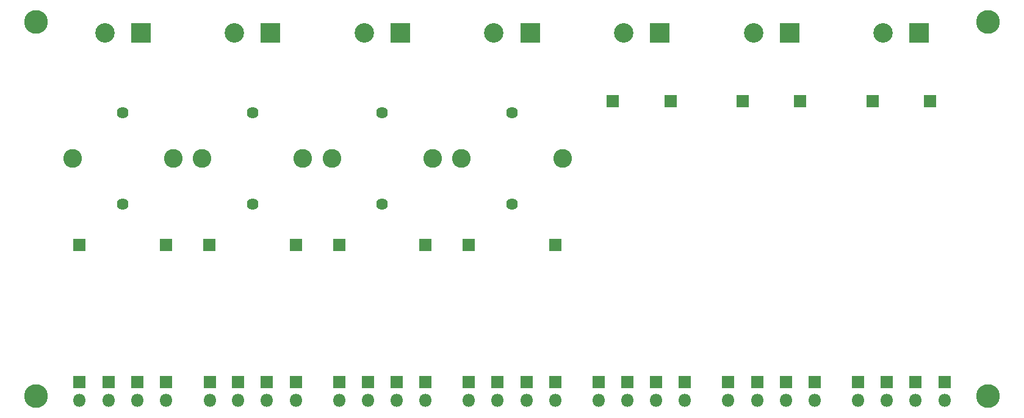
<source format=gbr>
%TF.GenerationSoftware,KiCad,Pcbnew,(5.1.6)-1*%
%TF.CreationDate,2020-11-06T14:41:16+01:00*%
%TF.ProjectId,3V_4I_ac_afe,33565f34-495f-4616-935f-6166652e6b69,rev?*%
%TF.SameCoordinates,Original*%
%TF.FileFunction,Soldermask,Bot*%
%TF.FilePolarity,Negative*%
%FSLAX46Y46*%
G04 Gerber Fmt 4.6, Leading zero omitted, Abs format (unit mm)*
G04 Created by KiCad (PCBNEW (5.1.6)-1) date 2020-11-06 14:41:16*
%MOMM*%
%LPD*%
G01*
G04 APERTURE LIST*
%ADD10C,3.300000*%
%ADD11C,2.600000*%
%ADD12C,1.624000*%
%ADD13C,2.700000*%
%ADD14R,2.700000X2.700000*%
%ADD15R,1.800000X1.800000*%
%ADD16O,1.800000X1.800000*%
G04 APERTURE END LIST*
D10*
%TO.C,H4*%
X217000000Y-130000000D03*
%TD*%
%TO.C,H3*%
X85000000Y-130000000D03*
%TD*%
%TO.C,H2*%
X217000000Y-78000000D03*
%TD*%
%TO.C,H1*%
X85000000Y-78000000D03*
%TD*%
D11*
%TO.C,CT3*%
X158000000Y-97000000D03*
X144000000Y-97000000D03*
D12*
X151000000Y-90650000D03*
X151000000Y-103350000D03*
%TD*%
D13*
%TO.C,J43*%
X94500000Y-79500000D03*
D14*
X99500000Y-79500000D03*
%TD*%
D13*
%TO.C,J36*%
X148500000Y-79500000D03*
D14*
X153500000Y-79500000D03*
%TD*%
D13*
%TO.C,J29*%
X130500000Y-79500000D03*
D14*
X135500000Y-79500000D03*
%TD*%
D13*
%TO.C,J1*%
X112500000Y-79500000D03*
D14*
X117500000Y-79500000D03*
%TD*%
D11*
%TO.C,CT4*%
X104000000Y-97000000D03*
X90000000Y-97000000D03*
D12*
X97000000Y-90650000D03*
X97000000Y-103350000D03*
%TD*%
D11*
%TO.C,CT2*%
X140000000Y-97000000D03*
X126000000Y-97000000D03*
D12*
X133000000Y-90650000D03*
X133000000Y-103350000D03*
%TD*%
D11*
%TO.C,CT1*%
X122000000Y-97000000D03*
X108000000Y-97000000D03*
D12*
X115000000Y-90650000D03*
X115000000Y-103350000D03*
%TD*%
D13*
%TO.C,J24*%
X202500000Y-79500000D03*
D14*
X207500000Y-79500000D03*
%TD*%
D13*
%TO.C,J17*%
X184500000Y-79500000D03*
D14*
X189500000Y-79500000D03*
%TD*%
D13*
%TO.C,J10*%
X166500000Y-79500000D03*
D14*
X171500000Y-79500000D03*
%TD*%
D15*
%TO.C,J45*%
X103000000Y-109000000D03*
%TD*%
%TO.C,J44*%
X91000000Y-109000000D03*
%TD*%
%TO.C,J38*%
X157000000Y-109000000D03*
%TD*%
%TO.C,J37*%
X145000000Y-109000000D03*
%TD*%
%TO.C,J31*%
X139000000Y-109000000D03*
%TD*%
%TO.C,J30*%
X127000000Y-109000000D03*
%TD*%
%TO.C,J3*%
X121000000Y-109000000D03*
%TD*%
%TO.C,J2*%
X109000000Y-109000000D03*
%TD*%
D16*
%TO.C,J49*%
X103000000Y-130540000D03*
D15*
X103000000Y-128000000D03*
%TD*%
D16*
%TO.C,J48*%
X95000000Y-130540000D03*
D15*
X95000000Y-128000000D03*
%TD*%
D16*
%TO.C,J47*%
X91000000Y-130540000D03*
D15*
X91000000Y-128000000D03*
%TD*%
D16*
%TO.C,J46*%
X99000000Y-130540000D03*
D15*
X99000000Y-128000000D03*
%TD*%
D16*
%TO.C,J42*%
X157000000Y-130540000D03*
D15*
X157000000Y-128000000D03*
%TD*%
D16*
%TO.C,J41*%
X149000000Y-130540000D03*
D15*
X149000000Y-128000000D03*
%TD*%
D16*
%TO.C,J40*%
X145000000Y-130540000D03*
D15*
X145000000Y-128000000D03*
%TD*%
D16*
%TO.C,J39*%
X153000000Y-130540000D03*
D15*
X153000000Y-128000000D03*
%TD*%
D16*
%TO.C,J35*%
X139000000Y-130540000D03*
D15*
X139000000Y-128000000D03*
%TD*%
D16*
%TO.C,J34*%
X131020000Y-130540000D03*
D15*
X131020000Y-128000000D03*
%TD*%
D16*
%TO.C,J33*%
X127000000Y-130540000D03*
D15*
X127000000Y-128000000D03*
%TD*%
D16*
%TO.C,J32*%
X135000000Y-130540000D03*
D15*
X135000000Y-128000000D03*
%TD*%
D16*
%TO.C,J28*%
X211000000Y-130540000D03*
D15*
X211000000Y-128000000D03*
%TD*%
D16*
%TO.C,J27*%
X203000000Y-130540000D03*
D15*
X203000000Y-128000000D03*
%TD*%
D16*
%TO.C,J26*%
X199000000Y-130540000D03*
D15*
X199000000Y-128000000D03*
%TD*%
D16*
%TO.C,J25*%
X207000000Y-130540000D03*
D15*
X207000000Y-128000000D03*
%TD*%
D16*
%TO.C,J21*%
X193000000Y-130540000D03*
D15*
X193000000Y-128000000D03*
%TD*%
D16*
%TO.C,J20*%
X185000000Y-130540000D03*
D15*
X185000000Y-128000000D03*
%TD*%
D16*
%TO.C,J19*%
X181000000Y-130540000D03*
D15*
X181000000Y-128000000D03*
%TD*%
D16*
%TO.C,J18*%
X189000000Y-130540000D03*
D15*
X189000000Y-128000000D03*
%TD*%
D16*
%TO.C,J14*%
X175000000Y-130540000D03*
D15*
X175000000Y-128000000D03*
%TD*%
D16*
%TO.C,J13*%
X167000000Y-130540000D03*
D15*
X167000000Y-128000000D03*
%TD*%
D16*
%TO.C,J12*%
X163000000Y-130540000D03*
D15*
X163000000Y-128000000D03*
%TD*%
D16*
%TO.C,J11*%
X171000000Y-130540000D03*
D15*
X171000000Y-128000000D03*
%TD*%
D16*
%TO.C,J7*%
X121000000Y-130540000D03*
D15*
X121000000Y-128000000D03*
%TD*%
D16*
%TO.C,J6*%
X113000000Y-130540000D03*
D15*
X113000000Y-128000000D03*
%TD*%
D16*
%TO.C,J5*%
X109050000Y-130540000D03*
D15*
X109050000Y-128000000D03*
%TD*%
D16*
%TO.C,J4*%
X117000000Y-130540000D03*
D15*
X117000000Y-128000000D03*
%TD*%
%TO.C,J23*%
X201000000Y-89000000D03*
%TD*%
%TO.C,J22*%
X209000000Y-89000000D03*
%TD*%
%TO.C,J16*%
X183000000Y-89000000D03*
%TD*%
%TO.C,J15*%
X191000000Y-89000000D03*
%TD*%
%TO.C,J9*%
X165000000Y-89000000D03*
%TD*%
%TO.C,J8*%
X173000000Y-89000000D03*
%TD*%
M02*

</source>
